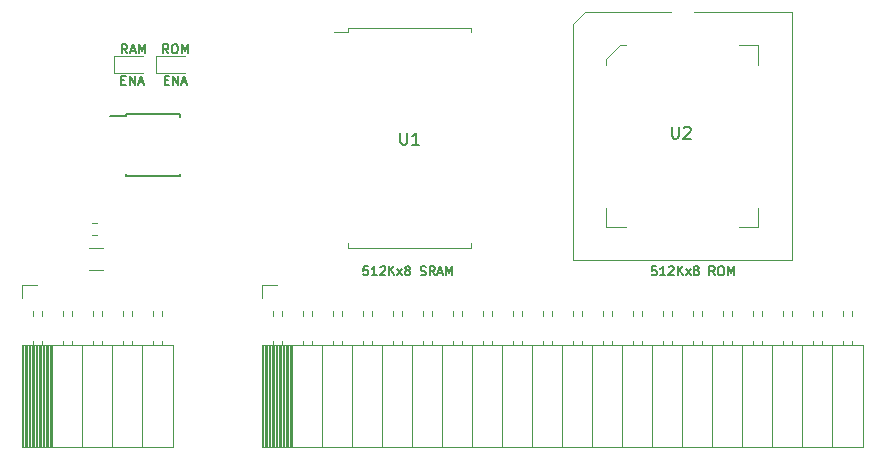
<source format=gbr>
G04 #@! TF.GenerationSoftware,KiCad,Pcbnew,(5.1.2-1)-1*
G04 #@! TF.CreationDate,2019-07-05T02:29:44-07:00*
G04 #@! TF.ProjectId,ram_board,72616d5f-626f-4617-9264-2e6b69636164,rev?*
G04 #@! TF.SameCoordinates,Original*
G04 #@! TF.FileFunction,Legend,Top*
G04 #@! TF.FilePolarity,Positive*
%FSLAX46Y46*%
G04 Gerber Fmt 4.6, Leading zero omitted, Abs format (unit mm)*
G04 Created by KiCad (PCBNEW (5.1.2-1)-1) date 2019-07-05 02:29:44*
%MOMM*%
%LPD*%
G04 APERTURE LIST*
%ADD10C,0.152400*%
%ADD11C,0.120000*%
%ADD12C,0.150000*%
%ADD13C,0.100000*%
G04 APERTURE END LIST*
D10*
X130846285Y-76925714D02*
X130592285Y-76562857D01*
X130410857Y-76925714D02*
X130410857Y-76163714D01*
X130701142Y-76163714D01*
X130773714Y-76200000D01*
X130810000Y-76236285D01*
X130846285Y-76308857D01*
X130846285Y-76417714D01*
X130810000Y-76490285D01*
X130773714Y-76526571D01*
X130701142Y-76562857D01*
X130410857Y-76562857D01*
X131318000Y-76163714D02*
X131463142Y-76163714D01*
X131535714Y-76200000D01*
X131608285Y-76272571D01*
X131644571Y-76417714D01*
X131644571Y-76671714D01*
X131608285Y-76816857D01*
X131535714Y-76889428D01*
X131463142Y-76925714D01*
X131318000Y-76925714D01*
X131245428Y-76889428D01*
X131172857Y-76816857D01*
X131136571Y-76671714D01*
X131136571Y-76417714D01*
X131172857Y-76272571D01*
X131245428Y-76200000D01*
X131318000Y-76163714D01*
X131971142Y-76925714D02*
X131971142Y-76163714D01*
X132225142Y-76708000D01*
X132479142Y-76163714D01*
X132479142Y-76925714D01*
X127362857Y-76925714D02*
X127108857Y-76562857D01*
X126927428Y-76925714D02*
X126927428Y-76163714D01*
X127217714Y-76163714D01*
X127290285Y-76200000D01*
X127326571Y-76236285D01*
X127362857Y-76308857D01*
X127362857Y-76417714D01*
X127326571Y-76490285D01*
X127290285Y-76526571D01*
X127217714Y-76562857D01*
X126927428Y-76562857D01*
X127653142Y-76708000D02*
X128016000Y-76708000D01*
X127580571Y-76925714D02*
X127834571Y-76163714D01*
X128088571Y-76925714D01*
X128342571Y-76925714D02*
X128342571Y-76163714D01*
X128596571Y-76708000D01*
X128850571Y-76163714D01*
X128850571Y-76925714D01*
X172157571Y-94959714D02*
X171794714Y-94959714D01*
X171758428Y-95322571D01*
X171794714Y-95286285D01*
X171867285Y-95250000D01*
X172048714Y-95250000D01*
X172121285Y-95286285D01*
X172157571Y-95322571D01*
X172193857Y-95395142D01*
X172193857Y-95576571D01*
X172157571Y-95649142D01*
X172121285Y-95685428D01*
X172048714Y-95721714D01*
X171867285Y-95721714D01*
X171794714Y-95685428D01*
X171758428Y-95649142D01*
X172919571Y-95721714D02*
X172484142Y-95721714D01*
X172701857Y-95721714D02*
X172701857Y-94959714D01*
X172629285Y-95068571D01*
X172556714Y-95141142D01*
X172484142Y-95177428D01*
X173209857Y-95032285D02*
X173246142Y-94996000D01*
X173318714Y-94959714D01*
X173500142Y-94959714D01*
X173572714Y-94996000D01*
X173609000Y-95032285D01*
X173645285Y-95104857D01*
X173645285Y-95177428D01*
X173609000Y-95286285D01*
X173173571Y-95721714D01*
X173645285Y-95721714D01*
X173971857Y-95721714D02*
X173971857Y-94959714D01*
X174407285Y-95721714D02*
X174080714Y-95286285D01*
X174407285Y-94959714D02*
X173971857Y-95395142D01*
X174661285Y-95721714D02*
X175060428Y-95213714D01*
X174661285Y-95213714D02*
X175060428Y-95721714D01*
X175459571Y-95286285D02*
X175387000Y-95250000D01*
X175350714Y-95213714D01*
X175314428Y-95141142D01*
X175314428Y-95104857D01*
X175350714Y-95032285D01*
X175387000Y-94996000D01*
X175459571Y-94959714D01*
X175604714Y-94959714D01*
X175677285Y-94996000D01*
X175713571Y-95032285D01*
X175749857Y-95104857D01*
X175749857Y-95141142D01*
X175713571Y-95213714D01*
X175677285Y-95250000D01*
X175604714Y-95286285D01*
X175459571Y-95286285D01*
X175387000Y-95322571D01*
X175350714Y-95358857D01*
X175314428Y-95431428D01*
X175314428Y-95576571D01*
X175350714Y-95649142D01*
X175387000Y-95685428D01*
X175459571Y-95721714D01*
X175604714Y-95721714D01*
X175677285Y-95685428D01*
X175713571Y-95649142D01*
X175749857Y-95576571D01*
X175749857Y-95431428D01*
X175713571Y-95358857D01*
X175677285Y-95322571D01*
X175604714Y-95286285D01*
X177092428Y-95721714D02*
X176838428Y-95358857D01*
X176657000Y-95721714D02*
X176657000Y-94959714D01*
X176947285Y-94959714D01*
X177019857Y-94996000D01*
X177056142Y-95032285D01*
X177092428Y-95104857D01*
X177092428Y-95213714D01*
X177056142Y-95286285D01*
X177019857Y-95322571D01*
X176947285Y-95358857D01*
X176657000Y-95358857D01*
X177564142Y-94959714D02*
X177709285Y-94959714D01*
X177781857Y-94996000D01*
X177854428Y-95068571D01*
X177890714Y-95213714D01*
X177890714Y-95467714D01*
X177854428Y-95612857D01*
X177781857Y-95685428D01*
X177709285Y-95721714D01*
X177564142Y-95721714D01*
X177491571Y-95685428D01*
X177419000Y-95612857D01*
X177382714Y-95467714D01*
X177382714Y-95213714D01*
X177419000Y-95068571D01*
X177491571Y-94996000D01*
X177564142Y-94959714D01*
X178217285Y-95721714D02*
X178217285Y-94959714D01*
X178471285Y-95504000D01*
X178725285Y-94959714D01*
X178725285Y-95721714D01*
X130556000Y-79193571D02*
X130810000Y-79193571D01*
X130918857Y-79592714D02*
X130556000Y-79592714D01*
X130556000Y-78830714D01*
X130918857Y-78830714D01*
X131245428Y-79592714D02*
X131245428Y-78830714D01*
X131680857Y-79592714D01*
X131680857Y-78830714D01*
X132007428Y-79375000D02*
X132370285Y-79375000D01*
X131934857Y-79592714D02*
X132188857Y-78830714D01*
X132442857Y-79592714D01*
X126873000Y-79193571D02*
X127127000Y-79193571D01*
X127235857Y-79592714D02*
X126873000Y-79592714D01*
X126873000Y-78830714D01*
X127235857Y-78830714D01*
X127562428Y-79592714D02*
X127562428Y-78830714D01*
X127997857Y-79592714D01*
X127997857Y-78830714D01*
X128324428Y-79375000D02*
X128687285Y-79375000D01*
X128251857Y-79592714D02*
X128505857Y-78830714D01*
X128759857Y-79592714D01*
X147737285Y-94959714D02*
X147374428Y-94959714D01*
X147338142Y-95322571D01*
X147374428Y-95286285D01*
X147447000Y-95250000D01*
X147628428Y-95250000D01*
X147701000Y-95286285D01*
X147737285Y-95322571D01*
X147773571Y-95395142D01*
X147773571Y-95576571D01*
X147737285Y-95649142D01*
X147701000Y-95685428D01*
X147628428Y-95721714D01*
X147447000Y-95721714D01*
X147374428Y-95685428D01*
X147338142Y-95649142D01*
X148499285Y-95721714D02*
X148063857Y-95721714D01*
X148281571Y-95721714D02*
X148281571Y-94959714D01*
X148209000Y-95068571D01*
X148136428Y-95141142D01*
X148063857Y-95177428D01*
X148789571Y-95032285D02*
X148825857Y-94996000D01*
X148898428Y-94959714D01*
X149079857Y-94959714D01*
X149152428Y-94996000D01*
X149188714Y-95032285D01*
X149225000Y-95104857D01*
X149225000Y-95177428D01*
X149188714Y-95286285D01*
X148753285Y-95721714D01*
X149225000Y-95721714D01*
X149551571Y-95721714D02*
X149551571Y-94959714D01*
X149987000Y-95721714D02*
X149660428Y-95286285D01*
X149987000Y-94959714D02*
X149551571Y-95395142D01*
X150241000Y-95721714D02*
X150640142Y-95213714D01*
X150241000Y-95213714D02*
X150640142Y-95721714D01*
X151039285Y-95286285D02*
X150966714Y-95250000D01*
X150930428Y-95213714D01*
X150894142Y-95141142D01*
X150894142Y-95104857D01*
X150930428Y-95032285D01*
X150966714Y-94996000D01*
X151039285Y-94959714D01*
X151184428Y-94959714D01*
X151257000Y-94996000D01*
X151293285Y-95032285D01*
X151329571Y-95104857D01*
X151329571Y-95141142D01*
X151293285Y-95213714D01*
X151257000Y-95250000D01*
X151184428Y-95286285D01*
X151039285Y-95286285D01*
X150966714Y-95322571D01*
X150930428Y-95358857D01*
X150894142Y-95431428D01*
X150894142Y-95576571D01*
X150930428Y-95649142D01*
X150966714Y-95685428D01*
X151039285Y-95721714D01*
X151184428Y-95721714D01*
X151257000Y-95685428D01*
X151293285Y-95649142D01*
X151329571Y-95576571D01*
X151329571Y-95431428D01*
X151293285Y-95358857D01*
X151257000Y-95322571D01*
X151184428Y-95286285D01*
X152200428Y-95685428D02*
X152309285Y-95721714D01*
X152490714Y-95721714D01*
X152563285Y-95685428D01*
X152599571Y-95649142D01*
X152635857Y-95576571D01*
X152635857Y-95504000D01*
X152599571Y-95431428D01*
X152563285Y-95395142D01*
X152490714Y-95358857D01*
X152345571Y-95322571D01*
X152273000Y-95286285D01*
X152236714Y-95250000D01*
X152200428Y-95177428D01*
X152200428Y-95104857D01*
X152236714Y-95032285D01*
X152273000Y-94996000D01*
X152345571Y-94959714D01*
X152527000Y-94959714D01*
X152635857Y-94996000D01*
X153397857Y-95721714D02*
X153143857Y-95358857D01*
X152962428Y-95721714D02*
X152962428Y-94959714D01*
X153252714Y-94959714D01*
X153325285Y-94996000D01*
X153361571Y-95032285D01*
X153397857Y-95104857D01*
X153397857Y-95213714D01*
X153361571Y-95286285D01*
X153325285Y-95322571D01*
X153252714Y-95358857D01*
X152962428Y-95358857D01*
X153688142Y-95504000D02*
X154051000Y-95504000D01*
X153615571Y-95721714D02*
X153869571Y-94959714D01*
X154123571Y-95721714D01*
X154377571Y-95721714D02*
X154377571Y-94959714D01*
X154631571Y-95504000D01*
X154885571Y-94959714D01*
X154885571Y-95721714D01*
D11*
X124415733Y-92331000D02*
X124758267Y-92331000D01*
X124415733Y-91311000D02*
X124758267Y-91311000D01*
D12*
X127215000Y-82209000D02*
X125865000Y-82209000D01*
X127215000Y-87334000D02*
X131865000Y-87334000D01*
X127215000Y-82084000D02*
X131865000Y-82084000D01*
X127215000Y-87334000D02*
X127215000Y-87109000D01*
X131865000Y-87334000D02*
X131865000Y-87109000D01*
X131865000Y-82084000D02*
X131865000Y-82309000D01*
X127215000Y-82084000D02*
X127215000Y-82209000D01*
D11*
X129785000Y-78586000D02*
X132245000Y-78586000D01*
X129785000Y-77116000D02*
X129785000Y-78586000D01*
X132245000Y-77116000D02*
X129785000Y-77116000D01*
X126229000Y-78586000D02*
X128689000Y-78586000D01*
X126229000Y-77116000D02*
X126229000Y-78586000D01*
X128689000Y-77116000D02*
X126229000Y-77116000D01*
X138751000Y-97663000D02*
X138751000Y-96553000D01*
X138751000Y-96553000D02*
X140081000Y-96553000D01*
X138751000Y-110293000D02*
X189671000Y-110293000D01*
X189671000Y-110293000D02*
X189671000Y-101663000D01*
X138751000Y-101663000D02*
X189671000Y-101663000D01*
X138751000Y-110293000D02*
X138751000Y-101663000D01*
X187071000Y-110293000D02*
X187071000Y-101663000D01*
X184531000Y-110293000D02*
X184531000Y-101663000D01*
X181991000Y-110293000D02*
X181991000Y-101663000D01*
X179451000Y-110293000D02*
X179451000Y-101663000D01*
X176911000Y-110293000D02*
X176911000Y-101663000D01*
X174371000Y-110293000D02*
X174371000Y-101663000D01*
X171831000Y-110293000D02*
X171831000Y-101663000D01*
X169291000Y-110293000D02*
X169291000Y-101663000D01*
X166751000Y-110293000D02*
X166751000Y-101663000D01*
X164211000Y-110293000D02*
X164211000Y-101663000D01*
X161671000Y-110293000D02*
X161671000Y-101663000D01*
X159131000Y-110293000D02*
X159131000Y-101663000D01*
X156591000Y-110293000D02*
X156591000Y-101663000D01*
X154051000Y-110293000D02*
X154051000Y-101663000D01*
X151511000Y-110293000D02*
X151511000Y-101663000D01*
X148971000Y-110293000D02*
X148971000Y-101663000D01*
X146431000Y-110293000D02*
X146431000Y-101663000D01*
X143891000Y-110293000D02*
X143891000Y-101663000D01*
X141351000Y-110293000D02*
X141351000Y-101663000D01*
X188701000Y-99153000D02*
X188701000Y-98713000D01*
X188701000Y-101663000D02*
X188701000Y-101253000D01*
X187981000Y-99153000D02*
X187981000Y-98713000D01*
X187981000Y-101663000D02*
X187981000Y-101253000D01*
X186161000Y-99153000D02*
X186161000Y-98713000D01*
X186161000Y-101663000D02*
X186161000Y-101253000D01*
X185441000Y-99153000D02*
X185441000Y-98713000D01*
X185441000Y-101663000D02*
X185441000Y-101253000D01*
X183621000Y-99153000D02*
X183621000Y-98713000D01*
X183621000Y-101663000D02*
X183621000Y-101253000D01*
X182901000Y-99153000D02*
X182901000Y-98713000D01*
X182901000Y-101663000D02*
X182901000Y-101253000D01*
X181081000Y-99153000D02*
X181081000Y-98713000D01*
X181081000Y-101663000D02*
X181081000Y-101253000D01*
X180361000Y-99153000D02*
X180361000Y-98713000D01*
X180361000Y-101663000D02*
X180361000Y-101253000D01*
X178541000Y-99153000D02*
X178541000Y-98713000D01*
X178541000Y-101663000D02*
X178541000Y-101253000D01*
X177821000Y-99153000D02*
X177821000Y-98713000D01*
X177821000Y-101663000D02*
X177821000Y-101253000D01*
X176001000Y-99153000D02*
X176001000Y-98713000D01*
X176001000Y-101663000D02*
X176001000Y-101253000D01*
X175281000Y-99153000D02*
X175281000Y-98713000D01*
X175281000Y-101663000D02*
X175281000Y-101253000D01*
X173461000Y-99153000D02*
X173461000Y-98713000D01*
X173461000Y-101663000D02*
X173461000Y-101253000D01*
X172741000Y-99153000D02*
X172741000Y-98713000D01*
X172741000Y-101663000D02*
X172741000Y-101253000D01*
X170921000Y-99153000D02*
X170921000Y-98713000D01*
X170921000Y-101663000D02*
X170921000Y-101253000D01*
X170201000Y-99153000D02*
X170201000Y-98713000D01*
X170201000Y-101663000D02*
X170201000Y-101253000D01*
X168381000Y-99153000D02*
X168381000Y-98713000D01*
X168381000Y-101663000D02*
X168381000Y-101253000D01*
X167661000Y-99153000D02*
X167661000Y-98713000D01*
X167661000Y-101663000D02*
X167661000Y-101253000D01*
X165841000Y-99153000D02*
X165841000Y-98713000D01*
X165841000Y-101663000D02*
X165841000Y-101253000D01*
X165121000Y-99153000D02*
X165121000Y-98713000D01*
X165121000Y-101663000D02*
X165121000Y-101253000D01*
X163301000Y-99153000D02*
X163301000Y-98713000D01*
X163301000Y-101663000D02*
X163301000Y-101253000D01*
X162581000Y-99153000D02*
X162581000Y-98713000D01*
X162581000Y-101663000D02*
X162581000Y-101253000D01*
X160761000Y-99153000D02*
X160761000Y-98713000D01*
X160761000Y-101663000D02*
X160761000Y-101253000D01*
X160041000Y-99153000D02*
X160041000Y-98713000D01*
X160041000Y-101663000D02*
X160041000Y-101253000D01*
X158221000Y-99153000D02*
X158221000Y-98713000D01*
X158221000Y-101663000D02*
X158221000Y-101253000D01*
X157501000Y-99153000D02*
X157501000Y-98713000D01*
X157501000Y-101663000D02*
X157501000Y-101253000D01*
X155681000Y-99153000D02*
X155681000Y-98713000D01*
X155681000Y-101663000D02*
X155681000Y-101253000D01*
X154961000Y-99153000D02*
X154961000Y-98713000D01*
X154961000Y-101663000D02*
X154961000Y-101253000D01*
X153141000Y-99153000D02*
X153141000Y-98713000D01*
X153141000Y-101663000D02*
X153141000Y-101253000D01*
X152421000Y-99153000D02*
X152421000Y-98713000D01*
X152421000Y-101663000D02*
X152421000Y-101253000D01*
X150601000Y-99153000D02*
X150601000Y-98713000D01*
X150601000Y-101663000D02*
X150601000Y-101253000D01*
X149881000Y-99153000D02*
X149881000Y-98713000D01*
X149881000Y-101663000D02*
X149881000Y-101253000D01*
X148061000Y-99153000D02*
X148061000Y-98713000D01*
X148061000Y-101663000D02*
X148061000Y-101253000D01*
X147341000Y-99153000D02*
X147341000Y-98713000D01*
X147341000Y-101663000D02*
X147341000Y-101253000D01*
X145521000Y-99153000D02*
X145521000Y-98713000D01*
X145521000Y-101663000D02*
X145521000Y-101253000D01*
X144801000Y-99153000D02*
X144801000Y-98713000D01*
X144801000Y-101663000D02*
X144801000Y-101253000D01*
X142981000Y-99153000D02*
X142981000Y-98713000D01*
X142981000Y-101663000D02*
X142981000Y-101253000D01*
X142261000Y-99153000D02*
X142261000Y-98713000D01*
X142261000Y-101663000D02*
X142261000Y-101253000D01*
X140441000Y-99153000D02*
X140441000Y-98773000D01*
X140441000Y-101663000D02*
X140441000Y-101253000D01*
X139721000Y-99153000D02*
X139721000Y-98773000D01*
X139721000Y-101663000D02*
X139721000Y-101253000D01*
X141232900Y-110293000D02*
X141232900Y-101663000D01*
X141114805Y-110293000D02*
X141114805Y-101663000D01*
X140996710Y-110293000D02*
X140996710Y-101663000D01*
X140878615Y-110293000D02*
X140878615Y-101663000D01*
X140760520Y-110293000D02*
X140760520Y-101663000D01*
X140642425Y-110293000D02*
X140642425Y-101663000D01*
X140524330Y-110293000D02*
X140524330Y-101663000D01*
X140406235Y-110293000D02*
X140406235Y-101663000D01*
X140288140Y-110293000D02*
X140288140Y-101663000D01*
X140170045Y-110293000D02*
X140170045Y-101663000D01*
X140051950Y-110293000D02*
X140051950Y-101663000D01*
X139933855Y-110293000D02*
X139933855Y-101663000D01*
X139815760Y-110293000D02*
X139815760Y-101663000D01*
X139697665Y-110293000D02*
X139697665Y-101663000D01*
X139579570Y-110293000D02*
X139579570Y-101663000D01*
X139461475Y-110293000D02*
X139461475Y-101663000D01*
X139343380Y-110293000D02*
X139343380Y-101663000D01*
X139225285Y-110293000D02*
X139225285Y-101663000D01*
X139107190Y-110293000D02*
X139107190Y-101663000D01*
X138989095Y-110293000D02*
X138989095Y-101663000D01*
X138871000Y-110293000D02*
X138871000Y-101663000D01*
X124111936Y-95271000D02*
X125316064Y-95271000D01*
X124111936Y-93451000D02*
X125316064Y-93451000D01*
X173371000Y-73422000D02*
X166131000Y-73422000D01*
X166131000Y-73422000D02*
X165131000Y-74422000D01*
X165131000Y-74422000D02*
X165131000Y-94472000D01*
X165131000Y-94472000D02*
X183611000Y-94472000D01*
X183611000Y-94472000D02*
X183611000Y-73422000D01*
X183611000Y-73422000D02*
X175371000Y-73422000D01*
D13*
X169586000Y-76242000D02*
X169086000Y-76242000D01*
X169086000Y-76242000D02*
X167936000Y-77392000D01*
X167936000Y-77392000D02*
X167936000Y-77892000D01*
X179156000Y-76242000D02*
X180806000Y-76242000D01*
X180806000Y-76242000D02*
X180806000Y-77892000D01*
X169586000Y-91652000D02*
X167936000Y-91652000D01*
X167936000Y-91652000D02*
X167936000Y-90002000D01*
X179156000Y-91652000D02*
X180806000Y-91652000D01*
X180806000Y-91652000D02*
X180806000Y-90002000D01*
D11*
X146067000Y-75139000D02*
X144907000Y-75139000D01*
X146067000Y-74759000D02*
X146067000Y-75139000D01*
X151257000Y-74759000D02*
X146067000Y-74759000D01*
X156447000Y-74759000D02*
X156447000Y-75139000D01*
X151257000Y-74759000D02*
X156447000Y-74759000D01*
X146067000Y-93389000D02*
X146067000Y-93009000D01*
X151257000Y-93389000D02*
X146067000Y-93389000D01*
X156447000Y-93389000D02*
X156447000Y-93009000D01*
X151257000Y-93389000D02*
X156447000Y-93389000D01*
X118431000Y-97663000D02*
X118431000Y-96553000D01*
X118431000Y-96553000D02*
X119761000Y-96553000D01*
X118431000Y-110293000D02*
X131251000Y-110293000D01*
X131251000Y-110293000D02*
X131251000Y-101663000D01*
X118431000Y-101663000D02*
X131251000Y-101663000D01*
X118431000Y-110293000D02*
X118431000Y-101663000D01*
X128651000Y-110293000D02*
X128651000Y-101663000D01*
X126111000Y-110293000D02*
X126111000Y-101663000D01*
X123571000Y-110293000D02*
X123571000Y-101663000D01*
X121031000Y-110293000D02*
X121031000Y-101663000D01*
X130281000Y-99153000D02*
X130281000Y-98713000D01*
X130281000Y-101663000D02*
X130281000Y-101253000D01*
X129561000Y-99153000D02*
X129561000Y-98713000D01*
X129561000Y-101663000D02*
X129561000Y-101253000D01*
X127741000Y-99153000D02*
X127741000Y-98713000D01*
X127741000Y-101663000D02*
X127741000Y-101253000D01*
X127021000Y-99153000D02*
X127021000Y-98713000D01*
X127021000Y-101663000D02*
X127021000Y-101253000D01*
X125201000Y-99153000D02*
X125201000Y-98713000D01*
X125201000Y-101663000D02*
X125201000Y-101253000D01*
X124481000Y-99153000D02*
X124481000Y-98713000D01*
X124481000Y-101663000D02*
X124481000Y-101253000D01*
X122661000Y-99153000D02*
X122661000Y-98713000D01*
X122661000Y-101663000D02*
X122661000Y-101253000D01*
X121941000Y-99153000D02*
X121941000Y-98713000D01*
X121941000Y-101663000D02*
X121941000Y-101253000D01*
X120121000Y-99153000D02*
X120121000Y-98773000D01*
X120121000Y-101663000D02*
X120121000Y-101253000D01*
X119401000Y-99153000D02*
X119401000Y-98773000D01*
X119401000Y-101663000D02*
X119401000Y-101253000D01*
X120912900Y-110293000D02*
X120912900Y-101663000D01*
X120794805Y-110293000D02*
X120794805Y-101663000D01*
X120676710Y-110293000D02*
X120676710Y-101663000D01*
X120558615Y-110293000D02*
X120558615Y-101663000D01*
X120440520Y-110293000D02*
X120440520Y-101663000D01*
X120322425Y-110293000D02*
X120322425Y-101663000D01*
X120204330Y-110293000D02*
X120204330Y-101663000D01*
X120086235Y-110293000D02*
X120086235Y-101663000D01*
X119968140Y-110293000D02*
X119968140Y-101663000D01*
X119850045Y-110293000D02*
X119850045Y-101663000D01*
X119731950Y-110293000D02*
X119731950Y-101663000D01*
X119613855Y-110293000D02*
X119613855Y-101663000D01*
X119495760Y-110293000D02*
X119495760Y-101663000D01*
X119377665Y-110293000D02*
X119377665Y-101663000D01*
X119259570Y-110293000D02*
X119259570Y-101663000D01*
X119141475Y-110293000D02*
X119141475Y-101663000D01*
X119023380Y-110293000D02*
X119023380Y-101663000D01*
X118905285Y-110293000D02*
X118905285Y-101663000D01*
X118787190Y-110293000D02*
X118787190Y-101663000D01*
X118669095Y-110293000D02*
X118669095Y-101663000D01*
X118551000Y-110293000D02*
X118551000Y-101663000D01*
D12*
X173482095Y-83145380D02*
X173482095Y-83954904D01*
X173529714Y-84050142D01*
X173577333Y-84097761D01*
X173672571Y-84145380D01*
X173863047Y-84145380D01*
X173958285Y-84097761D01*
X174005904Y-84050142D01*
X174053523Y-83954904D01*
X174053523Y-83145380D01*
X174482095Y-83240619D02*
X174529714Y-83193000D01*
X174624952Y-83145380D01*
X174863047Y-83145380D01*
X174958285Y-83193000D01*
X175005904Y-83240619D01*
X175053523Y-83335857D01*
X175053523Y-83431095D01*
X175005904Y-83573952D01*
X174434476Y-84145380D01*
X175053523Y-84145380D01*
X150495095Y-83660380D02*
X150495095Y-84469904D01*
X150542714Y-84565142D01*
X150590333Y-84612761D01*
X150685571Y-84660380D01*
X150876047Y-84660380D01*
X150971285Y-84612761D01*
X151018904Y-84565142D01*
X151066523Y-84469904D01*
X151066523Y-83660380D01*
X152066523Y-84660380D02*
X151495095Y-84660380D01*
X151780809Y-84660380D02*
X151780809Y-83660380D01*
X151685571Y-83803238D01*
X151590333Y-83898476D01*
X151495095Y-83946095D01*
M02*

</source>
